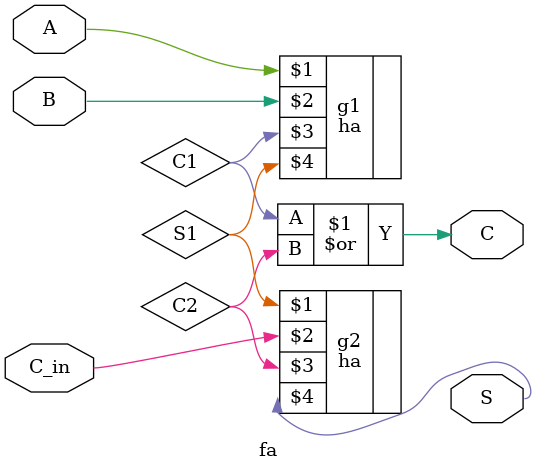
<source format=v>
`timescale 1ns / 1ps
module fa(
    input A, B, C_in,
    output S, C
    );

wire S1, C1, C2 ;
ha g1(A,B,C1,S1);
ha g2(S1,C_in,C2,S);
assign C = C1|C2 ;

endmodule

</source>
